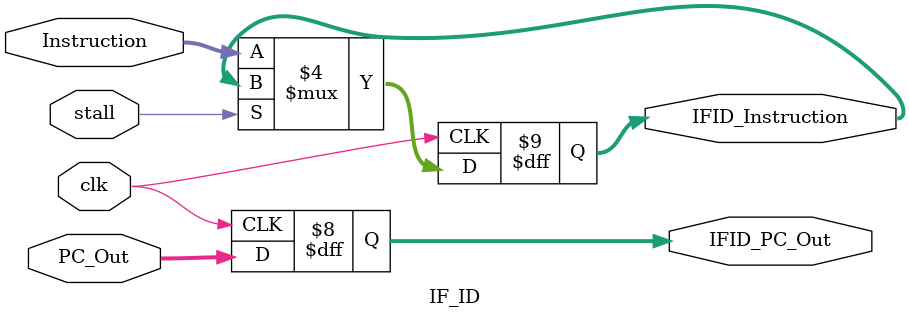
<source format=v>
`timescale 1ns / 1ps


module IF_ID(
    input clk,
    input stall,
    input [63:0] PC_Out,
    input [31:0] Instruction,
    output reg [63:0] IFID_PC_Out,
    output reg [31:0] IFID_Instruction
    );
always @ (posedge clk) begin
 if (stall == 1'b1) begin
        IFID_PC_Out = IFID_PC_Out; IFID_Instruction = IFID_Instruction;
    end
    else
        IFID_Instruction = Instruction; 
        IFID_PC_Out = PC_Out;
    end
endmodule
</source>
